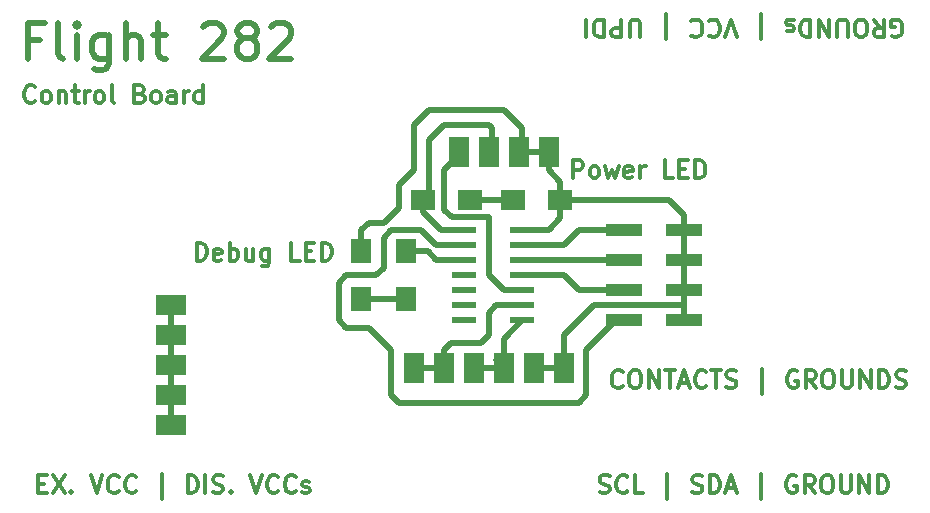
<source format=gbr>
%TF.GenerationSoftware,KiCad,Pcbnew,(6.0.2)*%
%TF.CreationDate,2022-12-08T13:34:26-05:00*%
%TF.ProjectId,Primary,5072696d-6172-4792-9e6b-696361645f70,rev?*%
%TF.SameCoordinates,Original*%
%TF.FileFunction,Copper,L1,Top*%
%TF.FilePolarity,Positive*%
%FSLAX46Y46*%
G04 Gerber Fmt 4.6, Leading zero omitted, Abs format (unit mm)*
G04 Created by KiCad (PCBNEW (6.0.2)) date 2022-12-08 13:34:26*
%MOMM*%
%LPD*%
G01*
G04 APERTURE LIST*
%ADD10C,0.300000*%
%TA.AperFunction,NonConductor*%
%ADD11C,0.300000*%
%TD*%
%ADD12C,0.500000*%
%TA.AperFunction,NonConductor*%
%ADD13C,0.500000*%
%TD*%
%TA.AperFunction,SMDPad,CuDef*%
%ADD14R,1.700000X2.500000*%
%TD*%
%TA.AperFunction,SMDPad,CuDef*%
%ADD15R,2.500000X1.700000*%
%TD*%
%TA.AperFunction,SMDPad,CuDef*%
%ADD16R,2.000000X0.600000*%
%TD*%
%TA.AperFunction,SMDPad,CuDef*%
%ADD17R,1.700000X2.000000*%
%TD*%
%TA.AperFunction,SMDPad,CuDef*%
%ADD18R,2.000000X1.700000*%
%TD*%
%TA.AperFunction,SMDPad,CuDef*%
%ADD19R,3.150000X1.000000*%
%TD*%
%TA.AperFunction,Conductor*%
%ADD20C,0.500000*%
%TD*%
G04 APERTURE END LIST*
D10*
D11*
X167511428Y-89015000D02*
X167654285Y-89086428D01*
X167868571Y-89086428D01*
X168082857Y-89015000D01*
X168225714Y-88872142D01*
X168297142Y-88729285D01*
X168368571Y-88443571D01*
X168368571Y-88229285D01*
X168297142Y-87943571D01*
X168225714Y-87800714D01*
X168082857Y-87657857D01*
X167868571Y-87586428D01*
X167725714Y-87586428D01*
X167511428Y-87657857D01*
X167440000Y-87729285D01*
X167440000Y-88229285D01*
X167725714Y-88229285D01*
X165940000Y-87586428D02*
X166440000Y-88300714D01*
X166797142Y-87586428D02*
X166797142Y-89086428D01*
X166225714Y-89086428D01*
X166082857Y-89015000D01*
X166011428Y-88943571D01*
X165940000Y-88800714D01*
X165940000Y-88586428D01*
X166011428Y-88443571D01*
X166082857Y-88372142D01*
X166225714Y-88300714D01*
X166797142Y-88300714D01*
X165011428Y-89086428D02*
X164725714Y-89086428D01*
X164582857Y-89015000D01*
X164440000Y-88872142D01*
X164368571Y-88586428D01*
X164368571Y-88086428D01*
X164440000Y-87800714D01*
X164582857Y-87657857D01*
X164725714Y-87586428D01*
X165011428Y-87586428D01*
X165154285Y-87657857D01*
X165297142Y-87800714D01*
X165368571Y-88086428D01*
X165368571Y-88586428D01*
X165297142Y-88872142D01*
X165154285Y-89015000D01*
X165011428Y-89086428D01*
X163725714Y-89086428D02*
X163725714Y-87872142D01*
X163654285Y-87729285D01*
X163582857Y-87657857D01*
X163440000Y-87586428D01*
X163154285Y-87586428D01*
X163011428Y-87657857D01*
X162940000Y-87729285D01*
X162868571Y-87872142D01*
X162868571Y-89086428D01*
X162154285Y-87586428D02*
X162154285Y-89086428D01*
X161297142Y-87586428D01*
X161297142Y-89086428D01*
X160582857Y-87586428D02*
X160582857Y-89086428D01*
X160225714Y-89086428D01*
X160011428Y-89015000D01*
X159868571Y-88872142D01*
X159797142Y-88729285D01*
X159725714Y-88443571D01*
X159725714Y-88229285D01*
X159797142Y-87943571D01*
X159868571Y-87800714D01*
X160011428Y-87657857D01*
X160225714Y-87586428D01*
X160582857Y-87586428D01*
X159154285Y-87657857D02*
X159011428Y-87586428D01*
X158725714Y-87586428D01*
X158582857Y-87657857D01*
X158511428Y-87800714D01*
X158511428Y-87872142D01*
X158582857Y-88015000D01*
X158725714Y-88086428D01*
X158940000Y-88086428D01*
X159082857Y-88157857D01*
X159154285Y-88300714D01*
X159154285Y-88372142D01*
X159082857Y-88515000D01*
X158940000Y-88586428D01*
X158725714Y-88586428D01*
X158582857Y-88515000D01*
X156368571Y-87086428D02*
X156368571Y-89229285D01*
X154368571Y-89086428D02*
X153868571Y-87586428D01*
X153368571Y-89086428D01*
X152011428Y-87729285D02*
X152082857Y-87657857D01*
X152297142Y-87586428D01*
X152440000Y-87586428D01*
X152654285Y-87657857D01*
X152797142Y-87800714D01*
X152868571Y-87943571D01*
X152940000Y-88229285D01*
X152940000Y-88443571D01*
X152868571Y-88729285D01*
X152797142Y-88872142D01*
X152654285Y-89015000D01*
X152440000Y-89086428D01*
X152297142Y-89086428D01*
X152082857Y-89015000D01*
X152011428Y-88943571D01*
X150511428Y-87729285D02*
X150582857Y-87657857D01*
X150797142Y-87586428D01*
X150940000Y-87586428D01*
X151154285Y-87657857D01*
X151297142Y-87800714D01*
X151368571Y-87943571D01*
X151440000Y-88229285D01*
X151440000Y-88443571D01*
X151368571Y-88729285D01*
X151297142Y-88872142D01*
X151154285Y-89015000D01*
X150940000Y-89086428D01*
X150797142Y-89086428D01*
X150582857Y-89015000D01*
X150511428Y-88943571D01*
X148368571Y-87086428D02*
X148368571Y-89229285D01*
X146154285Y-89086428D02*
X146154285Y-87872142D01*
X146082857Y-87729285D01*
X146011428Y-87657857D01*
X145868571Y-87586428D01*
X145582857Y-87586428D01*
X145440000Y-87657857D01*
X145368571Y-87729285D01*
X145297142Y-87872142D01*
X145297142Y-89086428D01*
X144582857Y-87586428D02*
X144582857Y-89086428D01*
X144011428Y-89086428D01*
X143868571Y-89015000D01*
X143797142Y-88943571D01*
X143725714Y-88800714D01*
X143725714Y-88586428D01*
X143797142Y-88443571D01*
X143868571Y-88372142D01*
X144011428Y-88300714D01*
X144582857Y-88300714D01*
X143082857Y-87586428D02*
X143082857Y-89086428D01*
X142725714Y-89086428D01*
X142511428Y-89015000D01*
X142368571Y-88872142D01*
X142297142Y-88729285D01*
X142225714Y-88443571D01*
X142225714Y-88229285D01*
X142297142Y-87943571D01*
X142368571Y-87800714D01*
X142511428Y-87657857D01*
X142725714Y-87586428D01*
X143082857Y-87586428D01*
X141582857Y-87586428D02*
X141582857Y-89086428D01*
D10*
D11*
X95215714Y-126892857D02*
X95715714Y-126892857D01*
X95930000Y-127678571D02*
X95215714Y-127678571D01*
X95215714Y-126178571D01*
X95930000Y-126178571D01*
X96430000Y-126178571D02*
X97430000Y-127678571D01*
X97430000Y-126178571D02*
X96430000Y-127678571D01*
X98001428Y-127535714D02*
X98072857Y-127607142D01*
X98001428Y-127678571D01*
X97930000Y-127607142D01*
X98001428Y-127535714D01*
X98001428Y-127678571D01*
X99644285Y-126178571D02*
X100144285Y-127678571D01*
X100644285Y-126178571D01*
X102001428Y-127535714D02*
X101930000Y-127607142D01*
X101715714Y-127678571D01*
X101572857Y-127678571D01*
X101358571Y-127607142D01*
X101215714Y-127464285D01*
X101144285Y-127321428D01*
X101072857Y-127035714D01*
X101072857Y-126821428D01*
X101144285Y-126535714D01*
X101215714Y-126392857D01*
X101358571Y-126250000D01*
X101572857Y-126178571D01*
X101715714Y-126178571D01*
X101930000Y-126250000D01*
X102001428Y-126321428D01*
X103501428Y-127535714D02*
X103430000Y-127607142D01*
X103215714Y-127678571D01*
X103072857Y-127678571D01*
X102858571Y-127607142D01*
X102715714Y-127464285D01*
X102644285Y-127321428D01*
X102572857Y-127035714D01*
X102572857Y-126821428D01*
X102644285Y-126535714D01*
X102715714Y-126392857D01*
X102858571Y-126250000D01*
X103072857Y-126178571D01*
X103215714Y-126178571D01*
X103430000Y-126250000D01*
X103501428Y-126321428D01*
X105644285Y-128178571D02*
X105644285Y-126035714D01*
X107858571Y-127678571D02*
X107858571Y-126178571D01*
X108215714Y-126178571D01*
X108430000Y-126250000D01*
X108572857Y-126392857D01*
X108644285Y-126535714D01*
X108715714Y-126821428D01*
X108715714Y-127035714D01*
X108644285Y-127321428D01*
X108572857Y-127464285D01*
X108430000Y-127607142D01*
X108215714Y-127678571D01*
X107858571Y-127678571D01*
X109358571Y-127678571D02*
X109358571Y-126178571D01*
X110001428Y-127607142D02*
X110215714Y-127678571D01*
X110572857Y-127678571D01*
X110715714Y-127607142D01*
X110787142Y-127535714D01*
X110858571Y-127392857D01*
X110858571Y-127250000D01*
X110787142Y-127107142D01*
X110715714Y-127035714D01*
X110572857Y-126964285D01*
X110287142Y-126892857D01*
X110144285Y-126821428D01*
X110072857Y-126750000D01*
X110001428Y-126607142D01*
X110001428Y-126464285D01*
X110072857Y-126321428D01*
X110144285Y-126250000D01*
X110287142Y-126178571D01*
X110644285Y-126178571D01*
X110858571Y-126250000D01*
X111501428Y-127535714D02*
X111572857Y-127607142D01*
X111501428Y-127678571D01*
X111430000Y-127607142D01*
X111501428Y-127535714D01*
X111501428Y-127678571D01*
X113144285Y-126178571D02*
X113644285Y-127678571D01*
X114144285Y-126178571D01*
X115501428Y-127535714D02*
X115430000Y-127607142D01*
X115215714Y-127678571D01*
X115072857Y-127678571D01*
X114858571Y-127607142D01*
X114715714Y-127464285D01*
X114644285Y-127321428D01*
X114572857Y-127035714D01*
X114572857Y-126821428D01*
X114644285Y-126535714D01*
X114715714Y-126392857D01*
X114858571Y-126250000D01*
X115072857Y-126178571D01*
X115215714Y-126178571D01*
X115430000Y-126250000D01*
X115501428Y-126321428D01*
X117001428Y-127535714D02*
X116930000Y-127607142D01*
X116715714Y-127678571D01*
X116572857Y-127678571D01*
X116358571Y-127607142D01*
X116215714Y-127464285D01*
X116144285Y-127321428D01*
X116072857Y-127035714D01*
X116072857Y-126821428D01*
X116144285Y-126535714D01*
X116215714Y-126392857D01*
X116358571Y-126250000D01*
X116572857Y-126178571D01*
X116715714Y-126178571D01*
X116930000Y-126250000D01*
X117001428Y-126321428D01*
X117572857Y-127607142D02*
X117715714Y-127678571D01*
X118001428Y-127678571D01*
X118144285Y-127607142D01*
X118215714Y-127464285D01*
X118215714Y-127392857D01*
X118144285Y-127250000D01*
X118001428Y-127178571D01*
X117787142Y-127178571D01*
X117644285Y-127107142D01*
X117572857Y-126964285D01*
X117572857Y-126892857D01*
X117644285Y-126750000D01*
X117787142Y-126678571D01*
X118001428Y-126678571D01*
X118144285Y-126750000D01*
D10*
D11*
X144674285Y-118645714D02*
X144602857Y-118717142D01*
X144388571Y-118788571D01*
X144245714Y-118788571D01*
X144031428Y-118717142D01*
X143888571Y-118574285D01*
X143817142Y-118431428D01*
X143745714Y-118145714D01*
X143745714Y-117931428D01*
X143817142Y-117645714D01*
X143888571Y-117502857D01*
X144031428Y-117360000D01*
X144245714Y-117288571D01*
X144388571Y-117288571D01*
X144602857Y-117360000D01*
X144674285Y-117431428D01*
X145602857Y-117288571D02*
X145888571Y-117288571D01*
X146031428Y-117360000D01*
X146174285Y-117502857D01*
X146245714Y-117788571D01*
X146245714Y-118288571D01*
X146174285Y-118574285D01*
X146031428Y-118717142D01*
X145888571Y-118788571D01*
X145602857Y-118788571D01*
X145460000Y-118717142D01*
X145317142Y-118574285D01*
X145245714Y-118288571D01*
X145245714Y-117788571D01*
X145317142Y-117502857D01*
X145460000Y-117360000D01*
X145602857Y-117288571D01*
X146888571Y-118788571D02*
X146888571Y-117288571D01*
X147745714Y-118788571D01*
X147745714Y-117288571D01*
X148245714Y-117288571D02*
X149102857Y-117288571D01*
X148674285Y-118788571D02*
X148674285Y-117288571D01*
X149531428Y-118360000D02*
X150245714Y-118360000D01*
X149388571Y-118788571D02*
X149888571Y-117288571D01*
X150388571Y-118788571D01*
X151745714Y-118645714D02*
X151674285Y-118717142D01*
X151460000Y-118788571D01*
X151317142Y-118788571D01*
X151102857Y-118717142D01*
X150960000Y-118574285D01*
X150888571Y-118431428D01*
X150817142Y-118145714D01*
X150817142Y-117931428D01*
X150888571Y-117645714D01*
X150960000Y-117502857D01*
X151102857Y-117360000D01*
X151317142Y-117288571D01*
X151460000Y-117288571D01*
X151674285Y-117360000D01*
X151745714Y-117431428D01*
X152174285Y-117288571D02*
X153031428Y-117288571D01*
X152602857Y-118788571D02*
X152602857Y-117288571D01*
X153460000Y-118717142D02*
X153674285Y-118788571D01*
X154031428Y-118788571D01*
X154174285Y-118717142D01*
X154245714Y-118645714D01*
X154317142Y-118502857D01*
X154317142Y-118360000D01*
X154245714Y-118217142D01*
X154174285Y-118145714D01*
X154031428Y-118074285D01*
X153745714Y-118002857D01*
X153602857Y-117931428D01*
X153531428Y-117860000D01*
X153460000Y-117717142D01*
X153460000Y-117574285D01*
X153531428Y-117431428D01*
X153602857Y-117360000D01*
X153745714Y-117288571D01*
X154102857Y-117288571D01*
X154317142Y-117360000D01*
X156460000Y-119288571D02*
X156460000Y-117145714D01*
X159460000Y-117360000D02*
X159317142Y-117288571D01*
X159102857Y-117288571D01*
X158888571Y-117360000D01*
X158745714Y-117502857D01*
X158674285Y-117645714D01*
X158602857Y-117931428D01*
X158602857Y-118145714D01*
X158674285Y-118431428D01*
X158745714Y-118574285D01*
X158888571Y-118717142D01*
X159102857Y-118788571D01*
X159245714Y-118788571D01*
X159460000Y-118717142D01*
X159531428Y-118645714D01*
X159531428Y-118145714D01*
X159245714Y-118145714D01*
X161031428Y-118788571D02*
X160531428Y-118074285D01*
X160174285Y-118788571D02*
X160174285Y-117288571D01*
X160745714Y-117288571D01*
X160888571Y-117360000D01*
X160960000Y-117431428D01*
X161031428Y-117574285D01*
X161031428Y-117788571D01*
X160960000Y-117931428D01*
X160888571Y-118002857D01*
X160745714Y-118074285D01*
X160174285Y-118074285D01*
X161960000Y-117288571D02*
X162245714Y-117288571D01*
X162388571Y-117360000D01*
X162531428Y-117502857D01*
X162602857Y-117788571D01*
X162602857Y-118288571D01*
X162531428Y-118574285D01*
X162388571Y-118717142D01*
X162245714Y-118788571D01*
X161960000Y-118788571D01*
X161817142Y-118717142D01*
X161674285Y-118574285D01*
X161602857Y-118288571D01*
X161602857Y-117788571D01*
X161674285Y-117502857D01*
X161817142Y-117360000D01*
X161960000Y-117288571D01*
X163245714Y-117288571D02*
X163245714Y-118502857D01*
X163317142Y-118645714D01*
X163388571Y-118717142D01*
X163531428Y-118788571D01*
X163817142Y-118788571D01*
X163960000Y-118717142D01*
X164031428Y-118645714D01*
X164102857Y-118502857D01*
X164102857Y-117288571D01*
X164817142Y-118788571D02*
X164817142Y-117288571D01*
X165674285Y-118788571D01*
X165674285Y-117288571D01*
X166388571Y-118788571D02*
X166388571Y-117288571D01*
X166745714Y-117288571D01*
X166960000Y-117360000D01*
X167102857Y-117502857D01*
X167174285Y-117645714D01*
X167245714Y-117931428D01*
X167245714Y-118145714D01*
X167174285Y-118431428D01*
X167102857Y-118574285D01*
X166960000Y-118717142D01*
X166745714Y-118788571D01*
X166388571Y-118788571D01*
X167817142Y-118717142D02*
X168031428Y-118788571D01*
X168388571Y-118788571D01*
X168531428Y-118717142D01*
X168602857Y-118645714D01*
X168674285Y-118502857D01*
X168674285Y-118360000D01*
X168602857Y-118217142D01*
X168531428Y-118145714D01*
X168388571Y-118074285D01*
X168102857Y-118002857D01*
X167960000Y-117931428D01*
X167888571Y-117860000D01*
X167817142Y-117717142D01*
X167817142Y-117574285D01*
X167888571Y-117431428D01*
X167960000Y-117360000D01*
X168102857Y-117288571D01*
X168460000Y-117288571D01*
X168674285Y-117360000D01*
D10*
D11*
X94921428Y-94515714D02*
X94850000Y-94587142D01*
X94635714Y-94658571D01*
X94492857Y-94658571D01*
X94278571Y-94587142D01*
X94135714Y-94444285D01*
X94064285Y-94301428D01*
X93992857Y-94015714D01*
X93992857Y-93801428D01*
X94064285Y-93515714D01*
X94135714Y-93372857D01*
X94278571Y-93230000D01*
X94492857Y-93158571D01*
X94635714Y-93158571D01*
X94850000Y-93230000D01*
X94921428Y-93301428D01*
X95778571Y-94658571D02*
X95635714Y-94587142D01*
X95564285Y-94515714D01*
X95492857Y-94372857D01*
X95492857Y-93944285D01*
X95564285Y-93801428D01*
X95635714Y-93730000D01*
X95778571Y-93658571D01*
X95992857Y-93658571D01*
X96135714Y-93730000D01*
X96207142Y-93801428D01*
X96278571Y-93944285D01*
X96278571Y-94372857D01*
X96207142Y-94515714D01*
X96135714Y-94587142D01*
X95992857Y-94658571D01*
X95778571Y-94658571D01*
X96921428Y-93658571D02*
X96921428Y-94658571D01*
X96921428Y-93801428D02*
X96992857Y-93730000D01*
X97135714Y-93658571D01*
X97350000Y-93658571D01*
X97492857Y-93730000D01*
X97564285Y-93872857D01*
X97564285Y-94658571D01*
X98064285Y-93658571D02*
X98635714Y-93658571D01*
X98278571Y-93158571D02*
X98278571Y-94444285D01*
X98350000Y-94587142D01*
X98492857Y-94658571D01*
X98635714Y-94658571D01*
X99135714Y-94658571D02*
X99135714Y-93658571D01*
X99135714Y-93944285D02*
X99207142Y-93801428D01*
X99278571Y-93730000D01*
X99421428Y-93658571D01*
X99564285Y-93658571D01*
X100278571Y-94658571D02*
X100135714Y-94587142D01*
X100064285Y-94515714D01*
X99992857Y-94372857D01*
X99992857Y-93944285D01*
X100064285Y-93801428D01*
X100135714Y-93730000D01*
X100278571Y-93658571D01*
X100492857Y-93658571D01*
X100635714Y-93730000D01*
X100707142Y-93801428D01*
X100778571Y-93944285D01*
X100778571Y-94372857D01*
X100707142Y-94515714D01*
X100635714Y-94587142D01*
X100492857Y-94658571D01*
X100278571Y-94658571D01*
X101635714Y-94658571D02*
X101492857Y-94587142D01*
X101421428Y-94444285D01*
X101421428Y-93158571D01*
X103850000Y-93872857D02*
X104064285Y-93944285D01*
X104135714Y-94015714D01*
X104207142Y-94158571D01*
X104207142Y-94372857D01*
X104135714Y-94515714D01*
X104064285Y-94587142D01*
X103921428Y-94658571D01*
X103350000Y-94658571D01*
X103350000Y-93158571D01*
X103850000Y-93158571D01*
X103992857Y-93230000D01*
X104064285Y-93301428D01*
X104135714Y-93444285D01*
X104135714Y-93587142D01*
X104064285Y-93730000D01*
X103992857Y-93801428D01*
X103850000Y-93872857D01*
X103350000Y-93872857D01*
X105064285Y-94658571D02*
X104921428Y-94587142D01*
X104850000Y-94515714D01*
X104778571Y-94372857D01*
X104778571Y-93944285D01*
X104850000Y-93801428D01*
X104921428Y-93730000D01*
X105064285Y-93658571D01*
X105278571Y-93658571D01*
X105421428Y-93730000D01*
X105492857Y-93801428D01*
X105564285Y-93944285D01*
X105564285Y-94372857D01*
X105492857Y-94515714D01*
X105421428Y-94587142D01*
X105278571Y-94658571D01*
X105064285Y-94658571D01*
X106850000Y-94658571D02*
X106850000Y-93872857D01*
X106778571Y-93730000D01*
X106635714Y-93658571D01*
X106350000Y-93658571D01*
X106207142Y-93730000D01*
X106850000Y-94587142D02*
X106707142Y-94658571D01*
X106350000Y-94658571D01*
X106207142Y-94587142D01*
X106135714Y-94444285D01*
X106135714Y-94301428D01*
X106207142Y-94158571D01*
X106350000Y-94087142D01*
X106707142Y-94087142D01*
X106850000Y-94015714D01*
X107564285Y-94658571D02*
X107564285Y-93658571D01*
X107564285Y-93944285D02*
X107635714Y-93801428D01*
X107707142Y-93730000D01*
X107850000Y-93658571D01*
X107992857Y-93658571D01*
X109135714Y-94658571D02*
X109135714Y-93158571D01*
X109135714Y-94587142D02*
X108992857Y-94658571D01*
X108707142Y-94658571D01*
X108564285Y-94587142D01*
X108492857Y-94515714D01*
X108421428Y-94372857D01*
X108421428Y-93944285D01*
X108492857Y-93801428D01*
X108564285Y-93730000D01*
X108707142Y-93658571D01*
X108992857Y-93658571D01*
X109135714Y-93730000D01*
D12*
D13*
X95338571Y-89320714D02*
X94338571Y-89320714D01*
X94338571Y-90892142D02*
X94338571Y-87892142D01*
X95767142Y-87892142D01*
X97338571Y-90892142D02*
X97052857Y-90749285D01*
X96910000Y-90463571D01*
X96910000Y-87892142D01*
X98481428Y-90892142D02*
X98481428Y-88892142D01*
X98481428Y-87892142D02*
X98338571Y-88035000D01*
X98481428Y-88177857D01*
X98624285Y-88035000D01*
X98481428Y-87892142D01*
X98481428Y-88177857D01*
X101195714Y-88892142D02*
X101195714Y-91320714D01*
X101052857Y-91606428D01*
X100910000Y-91749285D01*
X100624285Y-91892142D01*
X100195714Y-91892142D01*
X99910000Y-91749285D01*
X101195714Y-90749285D02*
X100910000Y-90892142D01*
X100338571Y-90892142D01*
X100052857Y-90749285D01*
X99910000Y-90606428D01*
X99767142Y-90320714D01*
X99767142Y-89463571D01*
X99910000Y-89177857D01*
X100052857Y-89035000D01*
X100338571Y-88892142D01*
X100910000Y-88892142D01*
X101195714Y-89035000D01*
X102624285Y-90892142D02*
X102624285Y-87892142D01*
X103910000Y-90892142D02*
X103910000Y-89320714D01*
X103767142Y-89035000D01*
X103481428Y-88892142D01*
X103052857Y-88892142D01*
X102767142Y-89035000D01*
X102624285Y-89177857D01*
X104910000Y-88892142D02*
X106052857Y-88892142D01*
X105338571Y-87892142D02*
X105338571Y-90463571D01*
X105481428Y-90749285D01*
X105767142Y-90892142D01*
X106052857Y-90892142D01*
X109195714Y-88177857D02*
X109338571Y-88035000D01*
X109624285Y-87892142D01*
X110338571Y-87892142D01*
X110624285Y-88035000D01*
X110767142Y-88177857D01*
X110910000Y-88463571D01*
X110910000Y-88749285D01*
X110767142Y-89177857D01*
X109052857Y-90892142D01*
X110910000Y-90892142D01*
X112624285Y-89177857D02*
X112338571Y-89035000D01*
X112195714Y-88892142D01*
X112052857Y-88606428D01*
X112052857Y-88463571D01*
X112195714Y-88177857D01*
X112338571Y-88035000D01*
X112624285Y-87892142D01*
X113195714Y-87892142D01*
X113481428Y-88035000D01*
X113624285Y-88177857D01*
X113767142Y-88463571D01*
X113767142Y-88606428D01*
X113624285Y-88892142D01*
X113481428Y-89035000D01*
X113195714Y-89177857D01*
X112624285Y-89177857D01*
X112338571Y-89320714D01*
X112195714Y-89463571D01*
X112052857Y-89749285D01*
X112052857Y-90320714D01*
X112195714Y-90606428D01*
X112338571Y-90749285D01*
X112624285Y-90892142D01*
X113195714Y-90892142D01*
X113481428Y-90749285D01*
X113624285Y-90606428D01*
X113767142Y-90320714D01*
X113767142Y-89749285D01*
X113624285Y-89463571D01*
X113481428Y-89320714D01*
X113195714Y-89177857D01*
X114910000Y-88177857D02*
X115052857Y-88035000D01*
X115338571Y-87892142D01*
X116052857Y-87892142D01*
X116338571Y-88035000D01*
X116481428Y-88177857D01*
X116624285Y-88463571D01*
X116624285Y-88749285D01*
X116481428Y-89177857D01*
X114767142Y-90892142D01*
X116624285Y-90892142D01*
D10*
D11*
X142725714Y-127607142D02*
X142940000Y-127678571D01*
X143297142Y-127678571D01*
X143440000Y-127607142D01*
X143511428Y-127535714D01*
X143582857Y-127392857D01*
X143582857Y-127250000D01*
X143511428Y-127107142D01*
X143440000Y-127035714D01*
X143297142Y-126964285D01*
X143011428Y-126892857D01*
X142868571Y-126821428D01*
X142797142Y-126750000D01*
X142725714Y-126607142D01*
X142725714Y-126464285D01*
X142797142Y-126321428D01*
X142868571Y-126250000D01*
X143011428Y-126178571D01*
X143368571Y-126178571D01*
X143582857Y-126250000D01*
X145082857Y-127535714D02*
X145011428Y-127607142D01*
X144797142Y-127678571D01*
X144654285Y-127678571D01*
X144440000Y-127607142D01*
X144297142Y-127464285D01*
X144225714Y-127321428D01*
X144154285Y-127035714D01*
X144154285Y-126821428D01*
X144225714Y-126535714D01*
X144297142Y-126392857D01*
X144440000Y-126250000D01*
X144654285Y-126178571D01*
X144797142Y-126178571D01*
X145011428Y-126250000D01*
X145082857Y-126321428D01*
X146440000Y-127678571D02*
X145725714Y-127678571D01*
X145725714Y-126178571D01*
X148440000Y-128178571D02*
X148440000Y-126035714D01*
X150582857Y-127607142D02*
X150797142Y-127678571D01*
X151154285Y-127678571D01*
X151297142Y-127607142D01*
X151368571Y-127535714D01*
X151440000Y-127392857D01*
X151440000Y-127250000D01*
X151368571Y-127107142D01*
X151297142Y-127035714D01*
X151154285Y-126964285D01*
X150868571Y-126892857D01*
X150725714Y-126821428D01*
X150654285Y-126750000D01*
X150582857Y-126607142D01*
X150582857Y-126464285D01*
X150654285Y-126321428D01*
X150725714Y-126250000D01*
X150868571Y-126178571D01*
X151225714Y-126178571D01*
X151440000Y-126250000D01*
X152082857Y-127678571D02*
X152082857Y-126178571D01*
X152440000Y-126178571D01*
X152654285Y-126250000D01*
X152797142Y-126392857D01*
X152868571Y-126535714D01*
X152940000Y-126821428D01*
X152940000Y-127035714D01*
X152868571Y-127321428D01*
X152797142Y-127464285D01*
X152654285Y-127607142D01*
X152440000Y-127678571D01*
X152082857Y-127678571D01*
X153511428Y-127250000D02*
X154225714Y-127250000D01*
X153368571Y-127678571D02*
X153868571Y-126178571D01*
X154368571Y-127678571D01*
X156368571Y-128178571D02*
X156368571Y-126035714D01*
X159368571Y-126250000D02*
X159225714Y-126178571D01*
X159011428Y-126178571D01*
X158797142Y-126250000D01*
X158654285Y-126392857D01*
X158582857Y-126535714D01*
X158511428Y-126821428D01*
X158511428Y-127035714D01*
X158582857Y-127321428D01*
X158654285Y-127464285D01*
X158797142Y-127607142D01*
X159011428Y-127678571D01*
X159154285Y-127678571D01*
X159368571Y-127607142D01*
X159440000Y-127535714D01*
X159440000Y-127035714D01*
X159154285Y-127035714D01*
X160940000Y-127678571D02*
X160440000Y-126964285D01*
X160082857Y-127678571D02*
X160082857Y-126178571D01*
X160654285Y-126178571D01*
X160797142Y-126250000D01*
X160868571Y-126321428D01*
X160940000Y-126464285D01*
X160940000Y-126678571D01*
X160868571Y-126821428D01*
X160797142Y-126892857D01*
X160654285Y-126964285D01*
X160082857Y-126964285D01*
X161868571Y-126178571D02*
X162154285Y-126178571D01*
X162297142Y-126250000D01*
X162440000Y-126392857D01*
X162511428Y-126678571D01*
X162511428Y-127178571D01*
X162440000Y-127464285D01*
X162297142Y-127607142D01*
X162154285Y-127678571D01*
X161868571Y-127678571D01*
X161725714Y-127607142D01*
X161582857Y-127464285D01*
X161511428Y-127178571D01*
X161511428Y-126678571D01*
X161582857Y-126392857D01*
X161725714Y-126250000D01*
X161868571Y-126178571D01*
X163154285Y-126178571D02*
X163154285Y-127392857D01*
X163225714Y-127535714D01*
X163297142Y-127607142D01*
X163440000Y-127678571D01*
X163725714Y-127678571D01*
X163868571Y-127607142D01*
X163940000Y-127535714D01*
X164011428Y-127392857D01*
X164011428Y-126178571D01*
X164725714Y-127678571D02*
X164725714Y-126178571D01*
X165582857Y-127678571D01*
X165582857Y-126178571D01*
X166297142Y-127678571D02*
X166297142Y-126178571D01*
X166654285Y-126178571D01*
X166868571Y-126250000D01*
X167011428Y-126392857D01*
X167082857Y-126535714D01*
X167154285Y-126821428D01*
X167154285Y-127035714D01*
X167082857Y-127321428D01*
X167011428Y-127464285D01*
X166868571Y-127607142D01*
X166654285Y-127678571D01*
X166297142Y-127678571D01*
D10*
D11*
X140478571Y-101008571D02*
X140478571Y-99508571D01*
X141050000Y-99508571D01*
X141192857Y-99580000D01*
X141264285Y-99651428D01*
X141335714Y-99794285D01*
X141335714Y-100008571D01*
X141264285Y-100151428D01*
X141192857Y-100222857D01*
X141050000Y-100294285D01*
X140478571Y-100294285D01*
X142192857Y-101008571D02*
X142050000Y-100937142D01*
X141978571Y-100865714D01*
X141907142Y-100722857D01*
X141907142Y-100294285D01*
X141978571Y-100151428D01*
X142050000Y-100080000D01*
X142192857Y-100008571D01*
X142407142Y-100008571D01*
X142550000Y-100080000D01*
X142621428Y-100151428D01*
X142692857Y-100294285D01*
X142692857Y-100722857D01*
X142621428Y-100865714D01*
X142550000Y-100937142D01*
X142407142Y-101008571D01*
X142192857Y-101008571D01*
X143192857Y-100008571D02*
X143478571Y-101008571D01*
X143764285Y-100294285D01*
X144050000Y-101008571D01*
X144335714Y-100008571D01*
X145478571Y-100937142D02*
X145335714Y-101008571D01*
X145050000Y-101008571D01*
X144907142Y-100937142D01*
X144835714Y-100794285D01*
X144835714Y-100222857D01*
X144907142Y-100080000D01*
X145050000Y-100008571D01*
X145335714Y-100008571D01*
X145478571Y-100080000D01*
X145550000Y-100222857D01*
X145550000Y-100365714D01*
X144835714Y-100508571D01*
X146192857Y-101008571D02*
X146192857Y-100008571D01*
X146192857Y-100294285D02*
X146264285Y-100151428D01*
X146335714Y-100080000D01*
X146478571Y-100008571D01*
X146621428Y-100008571D01*
X148978571Y-101008571D02*
X148264285Y-101008571D01*
X148264285Y-99508571D01*
X149478571Y-100222857D02*
X149978571Y-100222857D01*
X150192857Y-101008571D02*
X149478571Y-101008571D01*
X149478571Y-99508571D01*
X150192857Y-99508571D01*
X150835714Y-101008571D02*
X150835714Y-99508571D01*
X151192857Y-99508571D01*
X151407142Y-99580000D01*
X151550000Y-99722857D01*
X151621428Y-99865714D01*
X151692857Y-100151428D01*
X151692857Y-100365714D01*
X151621428Y-100651428D01*
X151550000Y-100794285D01*
X151407142Y-100937142D01*
X151192857Y-101008571D01*
X150835714Y-101008571D01*
D10*
D11*
X108621428Y-107993571D02*
X108621428Y-106493571D01*
X108978571Y-106493571D01*
X109192857Y-106565000D01*
X109335714Y-106707857D01*
X109407142Y-106850714D01*
X109478571Y-107136428D01*
X109478571Y-107350714D01*
X109407142Y-107636428D01*
X109335714Y-107779285D01*
X109192857Y-107922142D01*
X108978571Y-107993571D01*
X108621428Y-107993571D01*
X110692857Y-107922142D02*
X110550000Y-107993571D01*
X110264285Y-107993571D01*
X110121428Y-107922142D01*
X110050000Y-107779285D01*
X110050000Y-107207857D01*
X110121428Y-107065000D01*
X110264285Y-106993571D01*
X110550000Y-106993571D01*
X110692857Y-107065000D01*
X110764285Y-107207857D01*
X110764285Y-107350714D01*
X110050000Y-107493571D01*
X111407142Y-107993571D02*
X111407142Y-106493571D01*
X111407142Y-107065000D02*
X111550000Y-106993571D01*
X111835714Y-106993571D01*
X111978571Y-107065000D01*
X112050000Y-107136428D01*
X112121428Y-107279285D01*
X112121428Y-107707857D01*
X112050000Y-107850714D01*
X111978571Y-107922142D01*
X111835714Y-107993571D01*
X111550000Y-107993571D01*
X111407142Y-107922142D01*
X113407142Y-106993571D02*
X113407142Y-107993571D01*
X112764285Y-106993571D02*
X112764285Y-107779285D01*
X112835714Y-107922142D01*
X112978571Y-107993571D01*
X113192857Y-107993571D01*
X113335714Y-107922142D01*
X113407142Y-107850714D01*
X114764285Y-106993571D02*
X114764285Y-108207857D01*
X114692857Y-108350714D01*
X114621428Y-108422142D01*
X114478571Y-108493571D01*
X114264285Y-108493571D01*
X114121428Y-108422142D01*
X114764285Y-107922142D02*
X114621428Y-107993571D01*
X114335714Y-107993571D01*
X114192857Y-107922142D01*
X114121428Y-107850714D01*
X114050000Y-107707857D01*
X114050000Y-107279285D01*
X114121428Y-107136428D01*
X114192857Y-107065000D01*
X114335714Y-106993571D01*
X114621428Y-106993571D01*
X114764285Y-107065000D01*
X117335714Y-107993571D02*
X116621428Y-107993571D01*
X116621428Y-106493571D01*
X117835714Y-107207857D02*
X118335714Y-107207857D01*
X118550000Y-107993571D02*
X117835714Y-107993571D01*
X117835714Y-106493571D01*
X118550000Y-106493571D01*
X119192857Y-107993571D02*
X119192857Y-106493571D01*
X119550000Y-106493571D01*
X119764285Y-106565000D01*
X119907142Y-106707857D01*
X119978571Y-106850714D01*
X120050000Y-107136428D01*
X120050000Y-107350714D01*
X119978571Y-107636428D01*
X119907142Y-107779285D01*
X119764285Y-107922142D01*
X119550000Y-107993571D01*
X119192857Y-107993571D01*
D14*
%TO.P,J2,1,Pin_1*%
%TO.N,Net-(J2-Pad1)*%
X139700000Y-117080000D03*
%TO.P,J2,2,Pin_2*%
X137160000Y-117080000D03*
%TO.P,J2,3,Pin_3*%
%TO.N,Net-(J2-Pad3)*%
X134620000Y-117080000D03*
%TO.P,J2,4,Pin_4*%
X132080000Y-117080000D03*
%TO.P,J2,5,Pin_5*%
%TO.N,Net-(J2-Pad5)*%
X129540000Y-117080000D03*
%TO.P,J2,6,Pin_6*%
X127000000Y-117080000D03*
%TD*%
D15*
%TO.P,J4,1,Pin_1*%
%TO.N,Net-(J4-Pad1)*%
X106440000Y-121940000D03*
%TO.P,J4,2,Pin_2*%
X106440000Y-119400000D03*
%TO.P,J4,3,Pin_3*%
X106440000Y-116860000D03*
%TO.P,J4,4,Pin_4*%
X106440000Y-114320000D03*
%TO.P,J4,5,Pin_5*%
X106440000Y-111780000D03*
%TD*%
D14*
%TO.P,J1,1,Pin_1*%
%TO.N,Net-(U1-Pad10)*%
X130820000Y-98820000D03*
%TO.P,J1,2,Pin_2*%
%TO.N,Net-(D1-Pad2)*%
X133360000Y-98820000D03*
%TO.P,J1,3,Pin_3*%
%TO.N,Net-(J2-Pad1)*%
X135900000Y-98820000D03*
%TO.P,J1,4,Pin_4*%
X138440000Y-98820000D03*
%TD*%
D16*
%TO.P,U1,1,VCC*%
%TO.N,Net-(D1-Pad2)*%
X131255000Y-105410000D03*
%TO.P,U1,2,PA4*%
%TO.N,Net-(J3-Pad7)*%
X131255000Y-106680000D03*
%TO.P,U1,3,PA5*%
%TO.N,Net-(D2-Pad2)*%
X131255000Y-107950000D03*
%TO.P,U1,4,PA6/DAC*%
%TO.N,unconnected-(U1-Pad4)*%
X131255000Y-109220000D03*
%TO.P,U1,5,PA7*%
%TO.N,unconnected-(U1-Pad5)*%
X131255000Y-110490000D03*
%TO.P,U1,6,PB3/RXD*%
%TO.N,unconnected-(U1-Pad6)*%
X131255000Y-111760000D03*
%TO.P,U1,7,PB2/TXD*%
%TO.N,unconnected-(U1-Pad7)*%
X131255000Y-113030000D03*
%TO.P,U1,8,PB1/SDA*%
%TO.N,Net-(J2-Pad3)*%
X136205000Y-113030000D03*
%TO.P,U1,9,PB0/SCL*%
%TO.N,Net-(J2-Pad5)*%
X136205000Y-111760000D03*
%TO.P,U1,10,~{RESET}/UPDI/PA0*%
%TO.N,Net-(U1-Pad10)*%
X136205000Y-110490000D03*
%TO.P,U1,11,PA1*%
%TO.N,Net-(J3-Pad5)*%
X136205000Y-109220000D03*
%TO.P,U1,12,PA2*%
%TO.N,Net-(J3-Pad3)*%
X136205000Y-107950000D03*
%TO.P,U1,13,PA3/SCK*%
%TO.N,Net-(J3-Pad1)*%
X136205000Y-106680000D03*
%TO.P,U1,14,GND*%
%TO.N,Net-(J2-Pad1)*%
X136205000Y-105410000D03*
%TD*%
D17*
%TO.P,D2,1,K*%
%TO.N,Net-(D2-Pad1)*%
X126365000Y-111220000D03*
%TO.P,D2,2,A*%
%TO.N,Net-(D2-Pad2)*%
X126365000Y-107220000D03*
%TD*%
D18*
%TO.P,D1,1,K*%
%TO.N,Net-(D1-Pad1)*%
X131794000Y-102870000D03*
%TO.P,D1,2,A*%
%TO.N,Net-(D1-Pad2)*%
X127794000Y-102870000D03*
%TD*%
D19*
%TO.P,J3,1,Pin_1*%
%TO.N,Net-(J3-Pad1)*%
X144795000Y-105410000D03*
%TO.P,J3,2,Pin_2*%
%TO.N,Net-(J2-Pad1)*%
X149845000Y-105410000D03*
%TO.P,J3,3,Pin_3*%
%TO.N,Net-(J3-Pad3)*%
X144795000Y-107950000D03*
%TO.P,J3,4,Pin_4*%
%TO.N,Net-(J2-Pad1)*%
X149845000Y-107950000D03*
%TO.P,J3,5,Pin_5*%
%TO.N,Net-(J3-Pad5)*%
X144795000Y-110490000D03*
%TO.P,J3,6,Pin_6*%
%TO.N,Net-(J2-Pad1)*%
X149845000Y-110490000D03*
%TO.P,J3,7,Pin_7*%
%TO.N,Net-(J3-Pad7)*%
X144795000Y-113030000D03*
%TO.P,J3,8,Pin_8*%
%TO.N,Net-(J2-Pad1)*%
X149845000Y-113030000D03*
%TD*%
D18*
%TO.P,R1,1*%
%TO.N,Net-(J2-Pad1)*%
X139414000Y-102870000D03*
%TO.P,R1,2*%
%TO.N,Net-(D1-Pad1)*%
X135414000Y-102870000D03*
%TD*%
D17*
%TO.P,R2,1*%
%TO.N,Net-(J2-Pad1)*%
X122555000Y-107220000D03*
%TO.P,R2,2*%
%TO.N,Net-(D2-Pad1)*%
X122555000Y-111220000D03*
%TD*%
D20*
%TO.N,Net-(D1-Pad2)*%
X129286000Y-105410000D02*
X127794000Y-103918000D01*
X127794000Y-103918000D02*
X127794000Y-102870000D01*
X133594000Y-96764000D02*
X133350000Y-96520000D01*
X129540000Y-96520000D02*
X128270000Y-97790000D01*
X133350000Y-96520000D02*
X129540000Y-96520000D01*
X128270000Y-97790000D02*
X128270000Y-102394000D01*
X131255000Y-105410000D02*
X129286000Y-105410000D01*
X128270000Y-102394000D02*
X127794000Y-102870000D01*
X133594000Y-98820000D02*
X133594000Y-96764000D01*
%TO.N,Net-(D1-Pad1)*%
X131794000Y-102870000D02*
X135414000Y-102870000D01*
%TO.N,Net-(D2-Pad2)*%
X128175000Y-107220000D02*
X128905000Y-107950000D01*
X128905000Y-107950000D02*
X131255000Y-107950000D01*
X126365000Y-107220000D02*
X128175000Y-107220000D01*
%TO.N,Net-(D2-Pad1)*%
X122555000Y-111220000D02*
X126365000Y-111220000D01*
%TO.N,Net-(J2-Pad5)*%
X133350000Y-114300000D02*
X133350000Y-112395000D01*
X133350000Y-112395000D02*
X133985000Y-111760000D01*
X130175000Y-114935000D02*
X132715000Y-114935000D01*
X129540000Y-117080000D02*
X129540000Y-115570000D01*
X129540000Y-115570000D02*
X130175000Y-114935000D01*
X132715000Y-114935000D02*
X133350000Y-114300000D01*
X133985000Y-111760000D02*
X136205000Y-111760000D01*
X127000000Y-117080000D02*
X129540000Y-117080000D01*
%TO.N,Net-(J2-Pad1)*%
X124460000Y-104775000D02*
X125730000Y-103505000D01*
X138430000Y-105410000D02*
X136205000Y-105410000D01*
X149845000Y-105410000D02*
X149845000Y-111745000D01*
X134620000Y-95250000D02*
X128270000Y-95250000D01*
X139414000Y-102870000D02*
X148590000Y-102870000D01*
X139414000Y-101314000D02*
X138440000Y-100340000D01*
X139414000Y-102870000D02*
X139414000Y-104426000D01*
X149845000Y-104155000D02*
X149845000Y-105410000D01*
X138440000Y-100340000D02*
X138440000Y-98820000D01*
X123190000Y-104775000D02*
X124460000Y-104775000D01*
X127000000Y-96520000D02*
X127000000Y-100330000D01*
X135900000Y-98820000D02*
X138440000Y-98820000D01*
X127000000Y-100330000D02*
X125730000Y-101600000D01*
X139414000Y-104426000D02*
X138430000Y-105410000D01*
X148590000Y-102870000D02*
X149860000Y-104140000D01*
X122555000Y-107220000D02*
X122555000Y-105410000D01*
X125730000Y-103505000D02*
X125730000Y-101600000D01*
X136134000Y-98820000D02*
X136134000Y-96764000D01*
X137160000Y-117080000D02*
X139700000Y-117080000D01*
X149860000Y-104140000D02*
X149845000Y-104155000D01*
X122555000Y-105410000D02*
X123190000Y-104775000D01*
X139414000Y-101314000D02*
X139414000Y-102870000D01*
X136134000Y-96764000D02*
X134620000Y-95250000D01*
X149845000Y-111745000D02*
X149845000Y-113030000D01*
X139700000Y-117080000D02*
X139700000Y-114300000D01*
X128270000Y-95250000D02*
X127000000Y-96520000D01*
X142240000Y-111760000D02*
X149830000Y-111760000D01*
X149830000Y-111760000D02*
X149845000Y-111745000D01*
X139700000Y-114300000D02*
X142240000Y-111760000D01*
%TO.N,Net-(J2-Pad3)*%
X134620000Y-117080000D02*
X132080000Y-117080000D01*
X136205000Y-113030000D02*
X134620000Y-114615000D01*
X134620000Y-114615000D02*
X134620000Y-117080000D01*
X133985000Y-116445000D02*
X134620000Y-117080000D01*
%TO.N,Net-(J3-Pad1)*%
X140970000Y-105410000D02*
X139700000Y-106680000D01*
X144795000Y-105410000D02*
X140970000Y-105410000D01*
X139700000Y-106680000D02*
X136205000Y-106680000D01*
%TO.N,Net-(J3-Pad3)*%
X144795000Y-107950000D02*
X136205000Y-107950000D01*
%TO.N,Net-(J3-Pad5)*%
X139700000Y-109220000D02*
X136205000Y-109220000D01*
X144795000Y-110490000D02*
X140970000Y-110490000D01*
X140970000Y-110490000D02*
X139700000Y-109220000D01*
%TO.N,Net-(J3-Pad7)*%
X121285000Y-109220000D02*
X123825000Y-109220000D01*
X124460000Y-106045000D02*
X125095000Y-105410000D01*
X140970000Y-120015000D02*
X125730000Y-120015000D01*
X120650000Y-109855000D02*
X121285000Y-109220000D01*
X124460000Y-108585000D02*
X124460000Y-106045000D01*
X127635000Y-105410000D02*
X128905000Y-106680000D01*
X120650000Y-113030000D02*
X120650000Y-109855000D01*
X128905000Y-106680000D02*
X131255000Y-106680000D01*
X123825000Y-109220000D02*
X124460000Y-108585000D01*
X141605000Y-119380000D02*
X140970000Y-120015000D01*
X125095000Y-115570000D02*
X123190000Y-113665000D01*
X125730000Y-120015000D02*
X125095000Y-119380000D01*
X121285000Y-113665000D02*
X120650000Y-113030000D01*
X123190000Y-113665000D02*
X121285000Y-113665000D01*
X144145000Y-113030000D02*
X141605000Y-115570000D01*
X125095000Y-119380000D02*
X125095000Y-115570000D01*
X141605000Y-115570000D02*
X141605000Y-119380000D01*
X144795000Y-113030000D02*
X144145000Y-113030000D01*
X125095000Y-105410000D02*
X127635000Y-105410000D01*
%TO.N,Net-(J4-Pad1)*%
X106440000Y-111780000D02*
X106440000Y-121940000D01*
%TO.N,Net-(U1-Pad10)*%
X129540000Y-103682800D02*
X130200400Y-104343200D01*
X134620000Y-110490000D02*
X135890000Y-110490000D01*
X131054000Y-98820000D02*
X129540000Y-100334000D01*
X129540000Y-100334000D02*
X129540000Y-103682800D01*
X130200400Y-104343200D02*
X133350000Y-104343200D01*
X133350000Y-109220000D02*
X134620000Y-110490000D01*
X133350000Y-104343200D02*
X133350000Y-109220000D01*
%TD*%
M02*

</source>
